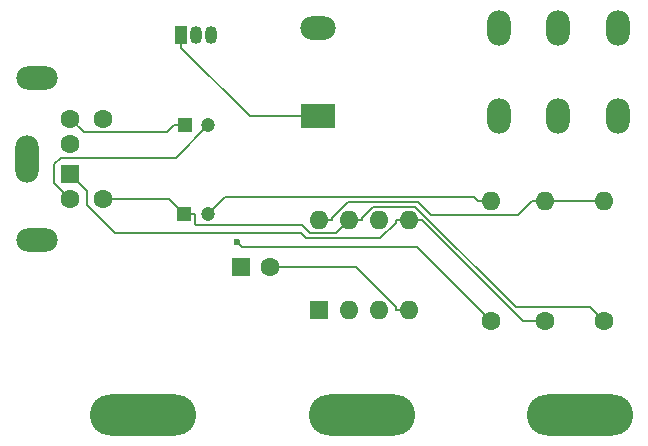
<source format=gbr>
%TF.GenerationSoftware,KiCad,Pcbnew,8.0.4*%
%TF.CreationDate,2024-08-25T11:04:54+02:00*%
%TF.ProjectId,Relais-M,52656c61-6973-42d4-9d2e-6b696361645f,rev?*%
%TF.SameCoordinates,Original*%
%TF.FileFunction,Copper,L1,Top*%
%TF.FilePolarity,Positive*%
%FSLAX46Y46*%
G04 Gerber Fmt 4.6, Leading zero omitted, Abs format (unit mm)*
G04 Created by KiCad (PCBNEW 8.0.4) date 2024-08-25 11:04:54*
%MOMM*%
%LPD*%
G01*
G04 APERTURE LIST*
%TA.AperFunction,ComponentPad*%
%ADD10C,1.600000*%
%TD*%
%TA.AperFunction,ComponentPad*%
%ADD11O,1.600000X1.600000*%
%TD*%
%TA.AperFunction,ComponentPad*%
%ADD12O,9.000000X3.500000*%
%TD*%
%TA.AperFunction,ComponentPad*%
%ADD13R,1.200000X1.200000*%
%TD*%
%TA.AperFunction,ComponentPad*%
%ADD14C,1.200000*%
%TD*%
%TA.AperFunction,ComponentPad*%
%ADD15R,1.050000X1.500000*%
%TD*%
%TA.AperFunction,ComponentPad*%
%ADD16O,1.050000X1.500000*%
%TD*%
%TA.AperFunction,ComponentPad*%
%ADD17R,1.600000X1.600000*%
%TD*%
%TA.AperFunction,ComponentPad*%
%ADD18O,3.500000X2.000000*%
%TD*%
%TA.AperFunction,ComponentPad*%
%ADD19O,2.000000X4.000000*%
%TD*%
%TA.AperFunction,ComponentPad*%
%ADD20O,2.000000X3.000000*%
%TD*%
%TA.AperFunction,ComponentPad*%
%ADD21R,3.000000X2.000000*%
%TD*%
%TA.AperFunction,ComponentPad*%
%ADD22O,3.000000X2.000000*%
%TD*%
%TA.AperFunction,ViaPad*%
%ADD23C,0.600000*%
%TD*%
%TA.AperFunction,Conductor*%
%ADD24C,0.200000*%
%TD*%
G04 APERTURE END LIST*
D10*
%TO.P,R3,1*%
%TO.N,Net-(Q1-B)*%
X162000000Y-69580000D03*
D11*
%TO.P,R3,2*%
%TO.N,Net-(C3-Pad2)*%
X162000000Y-59420000D03*
%TD*%
D10*
%TO.P,R2,1*%
%TO.N,Net-(U1-PB2)*%
X171500000Y-69580000D03*
D11*
%TO.P,R2,2*%
%TO.N,Net-(Q1-E)*%
X171500000Y-59420000D03*
%TD*%
D10*
%TO.P,R1,1*%
%TO.N,Net-(U1-AREF{slash}PB0)*%
X166500000Y-69580000D03*
D11*
%TO.P,R1,2*%
%TO.N,Net-(Q1-E)*%
X166500000Y-59420000D03*
%TD*%
D12*
%TO.P,J2,1,Pin_1*%
%TO.N,Net-(J2-Pin_1)*%
X151000000Y-77500000D03*
%TD*%
D13*
%TO.P,C3,1*%
%TO.N,Net-(U1-PB2)*%
X136000000Y-60500000D03*
D14*
%TO.P,C3,2*%
%TO.N,Net-(C3-Pad2)*%
X138000000Y-60500000D03*
%TD*%
D12*
%TO.P,J4,1,Pin_1*%
%TO.N,Net-(J4-Pin_1)*%
X132500000Y-77500000D03*
%TD*%
D15*
%TO.P,Q1,1,C*%
%TO.N,Net-(Q1-C)*%
X135730000Y-45360000D03*
D16*
%TO.P,Q1,2,B*%
%TO.N,Net-(Q1-B)*%
X137000000Y-45360000D03*
%TO.P,Q1,3,E*%
%TO.N,Net-(Q1-E)*%
X138270000Y-45360000D03*
%TD*%
D12*
%TO.P,J3,1,Pin_1*%
%TO.N,Net-(J3-Pin_1)*%
X169500000Y-77500000D03*
%TD*%
D13*
%TO.P,C2,1*%
%TO.N,Net-(Q1-E)*%
X136027400Y-53000000D03*
D14*
%TO.P,C2,2*%
%TO.N,Net-(U1-GND)*%
X138027400Y-53000000D03*
%TD*%
D17*
%TO.P,J1,1*%
%TO.N,Net-(U1-AREF{slash}PB0)*%
X126350000Y-57150000D03*
D10*
%TO.P,J1,2*%
%TO.N,unconnected-(J1-Pad2)*%
X126350000Y-54550000D03*
%TO.P,J1,3*%
%TO.N,Net-(U1-GND)*%
X126350000Y-59250000D03*
%TO.P,J1,4*%
%TO.N,Net-(Q1-E)*%
X126350000Y-52450000D03*
%TO.P,J1,5*%
%TO.N,Net-(U1-PB2)*%
X129150000Y-59250000D03*
%TO.P,J1,6*%
%TO.N,unconnected-(J1-Pad6)*%
X129150000Y-52450000D03*
D18*
%TO.P,J1,7*%
%TO.N,N/C*%
X123500000Y-49000000D03*
D19*
X122700000Y-55850000D03*
D18*
X123500000Y-62700000D03*
%TD*%
D17*
%TO.P,U1,1,~{RESET}/PB5*%
%TO.N,unconnected-(U1-~{RESET}{slash}PB5-Pad1)*%
X147380000Y-68620000D03*
D11*
%TO.P,U1,2,XTAL1/PB3*%
%TO.N,unconnected-(U1-XTAL1{slash}PB3-Pad2)*%
X149920000Y-68620000D03*
%TO.P,U1,3,XTAL2/PB4*%
%TO.N,unconnected-(U1-XTAL2{slash}PB4-Pad3)*%
X152460000Y-68620000D03*
%TO.P,U1,4,GND*%
%TO.N,Net-(U1-GND)*%
X155000000Y-68620000D03*
%TO.P,U1,5,AREF/PB0*%
%TO.N,Net-(U1-AREF{slash}PB0)*%
X155000000Y-61000000D03*
%TO.P,U1,6,PB1*%
%TO.N,unconnected-(U1-PB1-Pad6)*%
X152460000Y-61000000D03*
%TO.P,U1,7,PB2*%
%TO.N,Net-(U1-PB2)*%
X149920000Y-61000000D03*
%TO.P,U1,8,VCC*%
%TO.N,Net-(Q1-E)*%
X147380000Y-61000000D03*
%TD*%
D20*
%TO.P,K1,11*%
%TO.N,Net-(J2-Pin_1)*%
X167650000Y-44750000D03*
X167650000Y-52250000D03*
%TO.P,K1,12*%
%TO.N,Net-(J4-Pin_1)*%
X162610000Y-44750000D03*
X162610000Y-52250000D03*
%TO.P,K1,14*%
%TO.N,Net-(J3-Pin_1)*%
X172690000Y-44750000D03*
X172690000Y-52250000D03*
D21*
%TO.P,K1,A1*%
%TO.N,Net-(Q1-C)*%
X147350000Y-52250000D03*
D22*
%TO.P,K1,A2*%
%TO.N,Net-(U1-GND)*%
X147350000Y-44750000D03*
%TD*%
D17*
%TO.P,C1,1*%
%TO.N,Net-(Q1-E)*%
X140771100Y-65000000D03*
D10*
%TO.P,C1,2*%
%TO.N,Net-(U1-GND)*%
X143271100Y-65000000D03*
%TD*%
D23*
%TO.N,Net-(Q1-B)*%
X140468500Y-62878500D03*
%TD*%
D24*
%TO.N,Net-(U1-PB2)*%
X148812200Y-62107800D02*
X149920000Y-61000000D01*
X146630000Y-62107800D02*
X148812200Y-62107800D01*
X136989800Y-61401700D02*
X145923900Y-61401700D01*
X136901700Y-61313600D02*
X136989800Y-61401700D01*
X136901700Y-60500000D02*
X136901700Y-61313600D01*
X136000000Y-60500000D02*
X136901700Y-60500000D01*
X145923900Y-61401700D02*
X146630000Y-62107800D01*
%TO.N,Net-(U1-AREF{slash}PB0)*%
X153898300Y-61000000D02*
X155000000Y-61000000D01*
X152567100Y-62559500D02*
X153898300Y-61228300D01*
X145911800Y-62157800D02*
X146313500Y-62559500D01*
X130157800Y-62157800D02*
X145911800Y-62157800D01*
X146313500Y-62559500D02*
X152567100Y-62559500D01*
X153898300Y-61228300D02*
X153898300Y-61000000D01*
X127750100Y-58550100D02*
X127750100Y-59750100D01*
X127750100Y-59750100D02*
X130157800Y-62157800D01*
X126350000Y-57150000D02*
X127750100Y-58550100D01*
%TO.N,Net-(U1-GND)*%
X125000000Y-57900000D02*
X126350000Y-59250000D01*
X135267900Y-55759500D02*
X125540500Y-55759500D01*
X125540500Y-55759500D02*
X125000000Y-56300000D01*
X138027400Y-53000000D02*
X135267900Y-55759500D01*
X125000000Y-56300000D02*
X125000000Y-57900000D01*
%TO.N,Net-(Q1-B)*%
X155708200Y-63288200D02*
X162000000Y-69580000D01*
X140878200Y-63288200D02*
X155708200Y-63288200D01*
X140468500Y-62878500D02*
X140878200Y-63288200D01*
%TO.N,Net-(Q1-C)*%
X141568300Y-52250000D02*
X135730000Y-46411700D01*
X147350000Y-52250000D02*
X141568300Y-52250000D01*
X135730000Y-45360000D02*
X135730000Y-46411700D01*
%TO.N,Net-(U1-AREF{slash}PB0)*%
X155000000Y-61000000D02*
X156101700Y-61000000D01*
X164681700Y-69580000D02*
X166500000Y-69580000D01*
X156101700Y-61000000D02*
X164681700Y-69580000D01*
%TO.N,Net-(U1-PB2)*%
X136000000Y-60500000D02*
X135956800Y-60500000D01*
X134706800Y-59250000D02*
X129150000Y-59250000D01*
X135956800Y-60500000D02*
X134706800Y-59250000D01*
X170319800Y-68399800D02*
X171500000Y-69580000D01*
X164069600Y-68399800D02*
X170319800Y-68399800D01*
X155568100Y-59898300D02*
X164069600Y-68399800D01*
X151985600Y-59898300D02*
X155568100Y-59898300D01*
X151021700Y-60862200D02*
X151985600Y-59898300D01*
X151021700Y-61000000D02*
X151021700Y-60862200D01*
X149920000Y-61000000D02*
X151021700Y-61000000D01*
%TO.N,Net-(C3-Pad2)*%
X162000000Y-59420000D02*
X160898300Y-59420000D01*
X139462600Y-59037400D02*
X138000000Y-60500000D01*
X160515700Y-59037400D02*
X139462600Y-59037400D01*
X160898300Y-59420000D02*
X160515700Y-59037400D01*
%TO.N,Net-(U1-GND)*%
X155000000Y-68620000D02*
X153898300Y-68620000D01*
X153898300Y-68391700D02*
X153898300Y-68620000D01*
X150506600Y-65000000D02*
X153898300Y-68391700D01*
X143271100Y-65000000D02*
X150506600Y-65000000D01*
%TO.N,Net-(Q1-E)*%
X166500000Y-59420000D02*
X171500000Y-59420000D01*
X166500000Y-59420000D02*
X165398300Y-59420000D01*
X147380000Y-61000000D02*
X148481700Y-61000000D01*
X127493200Y-53593200D02*
X126350000Y-52450000D01*
X134532500Y-53593200D02*
X127493200Y-53593200D01*
X135125700Y-53000000D02*
X134532500Y-53593200D01*
X136027400Y-53000000D02*
X135125700Y-53000000D01*
X148481700Y-60862300D02*
X148481700Y-61000000D01*
X149885700Y-59458300D02*
X148481700Y-60862300D01*
X155745400Y-59458300D02*
X149885700Y-59458300D01*
X156862100Y-60575000D02*
X155745400Y-59458300D01*
X164243300Y-60575000D02*
X156862100Y-60575000D01*
X165398300Y-59420000D02*
X164243300Y-60575000D01*
%TD*%
M02*

</source>
